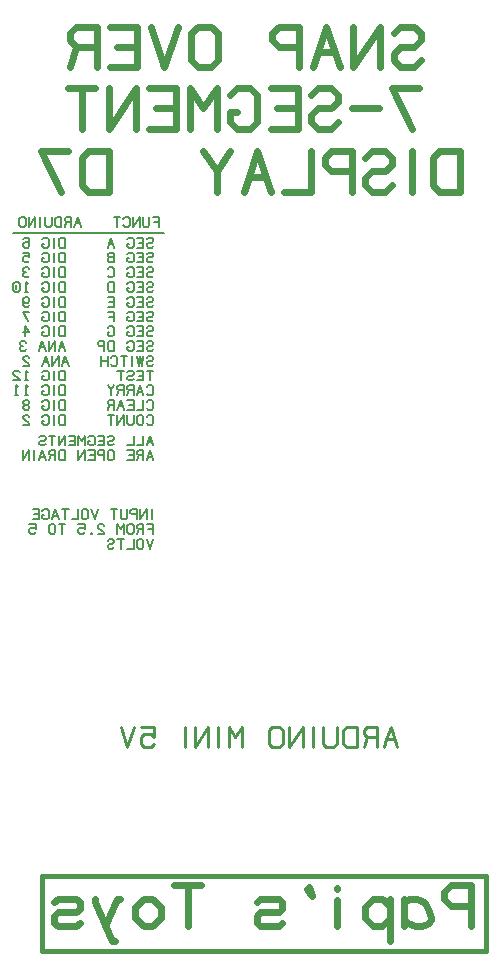
<source format=gbr>
%FSTAX24Y24*%
%MOIN*%
%IN SILK2.GBR *%
%ADD10C,0.0054*%
%ADD11C,0.0080*%
%ADD12C,0.0112*%
%ADD13C,0.0173*%
%ADD14C,0.0225*%
D14*X019438Y041228D02*G01X018538D01*X019213Y039878D01*
X018088Y040553D02*X017189D01*X015839Y041003D02*X016064Y041228D01*
X016514D01*X016739Y041003D01*Y040778D01*X016514Y040553D01*X016064D01*
X015839Y040328D01*Y040103D01*X016064Y039878D01*X016514D01*
X016739Y040103D01*X014489Y041228D02*X015389D01*Y040553D01*Y039878D01*
X014489D01*X015389Y040553D02*X014714D01*X013139Y041003D02*
X013364Y041228D01*X013814D01*X014039Y041003D01*Y040103D01*
X013814Y039878D01*X013364D01*X013139Y040103D01*Y04044D01*X013364D01*
X012689Y039878D02*Y041228D01*X012239Y040553D01*X011789Y041228D01*
Y039878D01*X010439Y041228D02*X011339D01*Y040553D01*Y039878D01*
X010439D01*X011339Y040553D02*X010664D01*X009989Y039878D02*Y041228D01*
X00909Y039878D01*Y041228D01*X00819Y039878D02*Y041228D01*X00774D01*
X00819D02*X00864D01*D12*X018711Y019268D02*X018486Y019943D01*
X018345Y019521D01*X018261Y019268D01*X018345Y019521D02*X018626D01*
X018036Y019268D02*Y019943D01*X017698D01*X017586Y01983D01*Y019718D01*
X017698Y019605D01*X017586Y019268D01*X017698Y019605D02*X018036D01*
X016911Y01983D02*X017023Y019943D01*X017361D01*Y019268D01*X017023D01*
X016911Y01938D01*Y01983D01*X016686Y019943D02*Y01938D01*
X016574Y019268D01*X016349D01*X016236Y01938D01*Y019943D01*
X015899Y019268D02*Y019943D01*X015561Y019268D02*Y019943D01*
X015111Y019268D01*Y019943D01*X014436Y01983D02*X014549Y019943D01*
X014774D01*X014886Y01983D01*Y01938D01*X014774Y019268D01*X014549D01*
X014436Y01938D01*Y01983D01*X013536Y019268D02*Y019943D01*
X013311Y019605D01*X013086Y019943D01*Y019268D01*X012749D02*Y019943D01*
X012412Y019268D02*Y019943D01*X011962Y019268D01*Y019943D01*
X011624Y019268D02*Y019943D01*X010162D02*X010612D01*Y019605D01*
X010499Y019718D01*X010274D01*X010162Y019605D01*Y01938D01*
X010274Y019268D01*X010499D01*X010612Y01938D01*X009937Y019943D02*
X009712Y019268D01*X009487Y019943D01*D14*X019888Y038903D02*
X020113Y039128D01*X020788D01*Y037778D01*X020113D01*X019888Y038003D01*
Y038903D01*X019213Y037778D02*Y039128D01*X017639Y038903D02*
X017864Y039128D01*X018314D01*X018539Y038903D01*Y038678D01*
X018314Y038453D01*X017864D01*X017639Y038228D01*Y038003D01*
X017864Y037778D01*X018314D01*X018539Y038003D01*X017189Y037778D02*
Y039128D01*X016514D01*X016289Y038903D01*Y038678D01*X016514Y038453D01*
X017189D01*X015839Y039128D02*Y037778D01*X014939D01*X014489D02*
X014039Y039128D01*X013758Y038284D01*X013589Y037778D01*
X013758Y038284D02*X01432D01*X013139Y039128D02*X012689Y038453D01*
Y037778D01*Y038453D02*X012239Y039128D01*X00819Y038903D02*
X008415Y039128D01*X00909D01*Y037778D01*X008415D01*X00819Y038003D01*
Y038903D01*X00774Y039128D02*X00684D01*X007515Y037778D01*
X021171Y013304D02*Y014654D01*X020496D01*X020271Y014429D01*Y014204D01*
X020496Y013979D01*X021171D01*X018921Y013304D02*Y014204D01*
X019821Y013597D02*X019742Y013878D01*X019619Y014069D01*X019461Y01417D01*
X019349Y014204D01*X019259D01*X019101D01*X018921Y014114D01*
X019821Y013585D02*Y013518D01*X01981Y013473D01*X019776Y013417D01*
X019697Y013372D01*X01954Y013304D01*X019292D01*X019056Y013405D01*
X018921Y013529D01*X018471Y014204D02*Y012798D01*Y013585D02*
X01819Y013304D01*X017909D01*X017628Y013585D01*Y013923D01*
X017909Y014204D01*X01819D01*X018471Y013979D01*X0167Y014176D02*
Y013304D01*Y014541D02*Y01457D01*X015772Y014598D02*X015715Y014541D01*
X015884Y014316D01*X015772Y014598D01*X014309Y013304D02*X01459D01*
X014872Y013417D02*X014759Y013304D01*X01414D01*X014028Y013417D01*
Y013642D01*X01414Y013754D01*X014759D01*X014872Y013867D01*Y014091D01*
X014759Y014204D01*X01414D01*X014028Y014091D01*X011722Y013304D02*
Y014654D01*X011272D01*X011722D02*X012172D01*X010822Y013585D02*
Y013923D01*X010541Y014204D01*X01026D01*X009979Y013923D01*Y013585D01*
X01026Y013304D01*X010541D01*X010822Y013585D01*X009472Y014204D02*
X00936D01*X008966Y013304D01*X008629Y014204D02*Y014091D01*
X009191Y012798D01*X009304D01*X00756Y013304D02*X007841D01*
X008122Y013417D02*X00801Y013304D01*X007391D01*X007279Y013417D01*
Y013642D01*X007391Y013754D01*X00801D01*X008122Y013867D01*Y014091D01*
X00801Y014204D01*X007391D01*X007279Y014091D01*X018588Y043053D02*
X018813Y043278D01*X019263D01*X019488Y043053D01*Y042828D01*
X019263Y042603D01*X018813D01*X018588Y042378D01*Y042153D01*
X018813Y041928D01*X019263D01*X019488Y042153D01*X018138Y041928D02*
Y043278D01*X017239Y041928D01*Y043278D01*X016789Y041928D02*
X016339Y043278D01*X016057Y042434D01*X015889Y041928D01*
X016057Y042434D02*X01662D01*X015439Y041928D02*Y043278D01*X014764D01*
X014539Y043053D01*Y042828D01*X014764Y042603D01*X015439D01*
X011839Y043053D02*X012064Y043278D01*X012514D01*X012739Y043053D01*
Y042153D01*X012514Y041928D01*X012064D01*X011839Y042153D01*Y043053D01*
X011389Y043278D02*X010939Y041928D01*X010489Y043278D01*X00914D02*
X010039D01*Y042603D01*Y041928D01*X00914D01*X010039Y042603D02*
X009365D01*X00869Y041928D02*Y043278D01*X008015D01*X00779Y043053D01*
Y042828D01*X008015Y042603D01*X00779Y041928D01*X008015Y042603D02*
X00869D01*D13*X014276Y012464D02*X021676D01*Y014984D01*X006876D01*
Y012464D01*X014276D01*D10*X010555Y03693D02*X010772D01*Y036767D01*
Y036604D01*Y036767D02*X01061D01*X010447Y03693D02*Y036659D01*
X010392Y036604D01*X010284D01*X01023Y036659D01*Y03693D01*
X010121Y036604D02*Y03693D01*X009904Y036604D01*Y03693D01*
X009578Y036876D02*X009632Y03693D01*X009741D01*X009795Y036876D01*
Y036659D01*X009741Y036604D01*X009632D01*X009578Y036659D01*
X009361Y036604D02*Y03693D01*X009252D01*X009361D02*X00947D01*
X008167Y036604D02*X008058Y03693D01*X00799Y036726D01*X00795Y036604D01*
X00799Y036726D02*X008126D01*X007841Y036604D02*Y03693D01*X007678D01*
X007624Y036876D01*Y036821D01*X007678Y036767D01*X007624Y036604D01*
X007678Y036767D02*X007841D01*X007298Y036876D02*X007352Y03693D01*
X007515D01*Y036604D01*X007352D01*X007298Y036659D01*Y036876D01*
X00719Y03693D02*Y036659D01*X007135Y036604D01*X007027D01*
X006972Y036659D01*Y03693D01*X00681Y036604D02*Y03693D01*
X006647Y036604D02*Y03693D01*X00643Y036604D01*Y03693D01*
X006104Y036876D02*X006158Y03693D01*X006267D01*X006321Y036876D01*
Y036659D01*X006267Y036604D01*X006158D01*X006104Y036659D01*Y036876D01*
X010358Y036187D02*X010413Y036241D01*X010521D01*X010576Y036187D01*
Y036132D01*X010521Y036078D01*X010413D01*X010358Y036024D01*Y03597D01*
X010413Y035915D01*X010521D01*X010576Y03597D01*X010033Y036241D02*
X01025D01*Y036078D01*Y035915D01*X010033D01*X01025Y036078D02*X010087D01*
X009707Y036187D02*X009761Y036241D01*X00987D01*X009924Y036187D01*
Y03597D01*X00987Y035915D01*X009761D01*X009707Y03597D01*Y036051D01*
X009761D01*X009273Y035915D02*X009164Y036241D01*X009096Y036037D01*
X009056Y035915D01*X009096Y036037D02*X009232D01*X007427Y036187D02*
X007481Y036241D01*X007644D01*Y035915D01*X007481D01*X007427Y03597D01*
Y036187D01*X007264Y035915D02*Y036241D01*X006884Y036187D02*
X006938Y036241D01*X007047D01*X007101Y036187D01*Y03597D01*
X007047Y035915D01*X006938D01*X006884Y03597D01*Y036051D01*X006938D01*
X006233Y036187D02*X006287Y036241D01*X006396D01*X00645Y036187D01*
Y03597D01*X006396Y035915D01*X006287D01*X006233Y03597D01*Y036051D01*
X006287Y036105D01*X006396D01*X00645Y036051D01*D11*X010925Y036407D02*
X005906D01*D10*X010358Y035695D02*X010413Y035749D01*X010521D01*
X010576Y035695D01*Y03564D01*X010521Y035586D01*X010413D01*
X010358Y035532D01*Y035478D01*X010413Y035423D01*X010521D01*
X010576Y035478D01*X010033Y035749D02*X01025D01*Y035586D01*Y035423D01*
X010033D01*X01025Y035586D02*X010087D01*X009707Y035695D02*
X009761Y035749D01*X00987D01*X009924Y035695D01*Y035478D01*
X00987Y035423D01*X009761D01*X009707Y035478D01*Y035559D01*X009761D01*
X009273Y035423D02*Y035749D01*X00911D01*X009056Y035695D01*Y03564D01*
X00911Y035586D01*X009056Y035532D01*Y035478D01*X00911Y035423D01*
X009273D01*X00911Y035586D02*X009273D01*X007427Y035695D02*
X007481Y035749D01*X007644D01*Y035423D01*X007481D01*X007427Y035478D01*
Y035695D01*X007264Y035423D02*Y035749D01*X006884Y035695D02*
X006938Y035749D01*X007047D01*X007101Y035695D01*Y035478D01*
X007047Y035423D01*X006938D01*X006884Y035478D01*Y035559D01*X006938D01*
X006233Y035749D02*X00645D01*Y035586D01*X006396Y03564D01*X006287D01*
X006233Y035586D01*Y035478D01*X006287Y035423D01*X006396D01*
X00645Y035478D01*X010358Y035203D02*X010413Y035257D01*X010521D01*
X010576Y035203D01*Y035148D01*X010521Y035094D01*X010413D01*
X010358Y03504D01*Y034985D01*X010413Y034931D01*X010521D01*
X010576Y034985D01*X010033Y035257D02*X01025D01*Y035094D01*Y034931D01*
X010033D01*X01025Y035094D02*X010087D01*X009707Y035203D02*
X009761Y035257D01*X00987D01*X009924Y035203D01*Y034985D01*
X00987Y034931D01*X009761D01*X009707Y034985D01*Y035067D01*X009761D01*
X009056Y035203D02*X00911Y035257D01*X009218D01*X009273Y035203D01*
Y034985D01*X009218Y034931D01*X00911D01*X009056Y034985D01*
X007427Y035203D02*X007481Y035257D01*X007644D01*Y034931D01*X007481D01*
X007427Y034985D01*Y035203D01*X007264Y034931D02*Y035257D01*
X006884Y035203D02*X006938Y035257D01*X007047D01*X007101Y035203D01*
Y034985D01*X007047Y034931D01*X006938D01*X006884Y034985D01*Y035067D01*
X006938D01*X00645Y035203D02*X006396Y035257D01*X006287D01*
X006233Y035203D01*Y035148D01*X006287Y035094D01*X006233Y03504D01*
Y034985D01*X006287Y034931D01*X006396D01*X00645Y034985D01*
X006287Y035094D02*X006341D01*X010358Y03471D02*X010413Y034765D01*
X010521D01*X010576Y03471D01*Y034656D01*X010521Y034602D01*X010413D01*
X010358Y034548D01*Y034493D01*X010413Y034439D01*X010521D01*
X010576Y034493D01*X010033Y034765D02*X01025D01*Y034602D01*Y034439D01*
X010033D01*X01025Y034602D02*X010087D01*X009707Y03471D02*
X009761Y034765D01*X00987D01*X009924Y03471D01*Y034493D01*
X00987Y034439D01*X009761D01*X009707Y034493D01*Y034575D01*X009761D01*
X009056Y03471D02*X00911Y034765D01*X009273D01*Y034439D01*X00911D01*
X009056Y034493D01*Y03471D01*X007427D02*X007481Y034765D01*X007644D01*
Y034439D01*X007481D01*X007427Y034493D01*Y03471D01*X007264Y034439D02*
Y034765D01*X006884Y03471D02*X006938Y034765D01*X007047D01*
X007101Y03471D01*Y034493D01*X007047Y034439D01*X006938D01*
X006884Y034493D01*Y034575D01*X006938D01*X006396Y03471D02*
X006341Y034765D01*Y034439D01*X006287D01*X006341D02*X006396D01*
X005907Y03471D02*X005961Y034765D01*X00607D01*X006124Y03471D01*
Y034493D01*X00607Y034439D01*X005961D01*X005907Y034493D01*Y03471D01*
X006016Y034656D02*Y034548D01*X010358Y034218D02*X010413Y034273D01*
X010521D01*X010576Y034218D01*Y034164D01*X010521Y03411D01*X010413D01*
X010358Y034055D01*Y034001D01*X010413Y033947D01*X010521D01*
X010576Y034001D01*X010033Y034273D02*X01025D01*Y03411D01*Y033947D01*
X010033D01*X01025Y03411D02*X010087D01*X009707Y034218D02*
X009761Y034273D01*X00987D01*X009924Y034218D01*Y034001D01*
X00987Y033947D01*X009761D01*X009707Y034001D01*Y034083D01*X009761D01*
X009056Y034273D02*X009273D01*Y03411D01*Y033947D01*X009056D01*
X009273Y03411D02*X00911D01*X007427Y034218D02*X007481Y034273D01*
X007644D01*Y033947D01*X007481D01*X007427Y034001D01*Y034218D01*
X007264Y033947D02*Y034273D01*X006884Y034218D02*X006938Y034273D01*
X007047D01*X007101Y034218D01*Y034001D01*X007047Y033947D01*X006938D01*
X006884Y034001D01*Y034083D01*X006938D01*X00645Y034001D02*
X006396Y033947D01*X006287D01*X006233Y034001D01*Y034218D01*
X006287Y034273D01*X006396D01*X00645Y034218D01*Y034137D01*
X006396Y034083D01*X006287D01*X006233Y034137D01*X010358Y033726D02*
X010413Y03378D01*X010521D01*X010576Y033726D01*Y033672D01*
X010521Y033618D01*X010413D01*X010358Y033563D01*Y033509D01*
X010413Y033455D01*X010521D01*X010576Y033509D01*X010033Y03378D02*
X01025D01*Y033618D01*Y033455D01*X010033D01*X01025Y033618D02*X010087D01*
X009707Y033726D02*X009761Y03378D01*X00987D01*X009924Y033726D01*
Y033509D01*X00987Y033455D01*X009761D01*X009707Y033509D01*Y03359D01*
X009761D01*X009056Y03378D02*X009273D01*Y033618D01*Y033455D01*
Y033618D02*X00911D01*X007427Y033726D02*X007481Y03378D01*X007644D01*
Y033455D01*X007481D01*X007427Y033509D01*Y033726D01*X007264Y033455D02*
Y03378D01*X006884Y033726D02*X006938Y03378D01*X007047D01*
X007101Y033726D01*Y033509D01*X007047Y033455D01*X006938D01*
X006884Y033509D01*Y03359D01*X006938D01*X00645Y03378D02*X006233D01*
X006396Y033455D01*X010358Y033234D02*X010413Y033288D01*X010521D01*
X010576Y033234D01*Y03318D01*X010521Y033125D01*X010413D01*
X010358Y033071D01*Y033017D01*X010413Y032963D01*X010521D01*
X010576Y033017D01*X010033Y033288D02*X01025D01*Y033125D01*Y032963D01*
X010033D01*X01025Y033125D02*X010087D01*X009707Y033234D02*
X009761Y033288D01*X00987D01*X009924Y033234D01*Y033017D01*
X00987Y032963D01*X009761D01*X009707Y033017D01*Y033098D01*X009761D01*
X009056Y033234D02*X00911Y033288D01*X009218D01*X009273Y033234D01*
Y033017D01*X009218Y032963D01*X00911D01*X009056Y033017D01*Y033098D01*
X00911D01*X007427Y033234D02*X007481Y033288D01*X007644D01*Y032963D01*
X007481D01*X007427Y033017D01*Y033234D01*X007264Y032963D02*Y033288D01*
X006884Y033234D02*X006938Y033288D01*X007047D01*X007101Y033234D01*
Y033017D01*X007047Y032963D01*X006938D01*X006884Y033017D01*Y033098D01*
X006938D01*X006287Y032963D02*Y033288D01*X00645Y033098D01*X006233D01*
X010358Y032742D02*X010413Y032796D01*X010521D01*X010576Y032742D01*
Y032688D01*X010521Y032633D01*X010413D01*X010358Y032579D01*Y032525D01*
X010413Y03247D01*X010521D01*X010576Y032525D01*X010033Y032796D02*
X01025D01*Y032633D01*Y03247D01*X010033D01*X01025Y032633D02*X010087D01*
X009707Y032742D02*X009761Y032796D01*X00987D01*X009924Y032742D01*
Y032525D01*X00987Y03247D01*X009761D01*X009707Y032525D01*Y032606D01*
X009761D01*X009056Y032742D02*X00911Y032796D01*X009273D01*Y03247D01*
X00911D01*X009056Y032525D01*Y032742D01*X008947Y03247D02*Y032796D01*
X008784D01*X00873Y032742D01*Y032688D01*X008784Y032633D01*X008947D01*
X007644Y03247D02*X007536Y032796D01*X007468Y032593D01*X007427Y03247D01*
X007468Y032593D02*X007603D01*X007318Y03247D02*Y032796D01*
X007101Y03247D01*Y032796D01*X006993Y03247D02*X006884Y032796D01*
X006816Y032593D01*X006776Y03247D01*X006816Y032593D02*X006952D01*
X006341Y032742D02*X006287Y032796D01*X006178D01*X006124Y032742D01*
Y032688D01*X006178Y032633D01*X006124Y032579D01*Y032525D01*
X006178Y03247D01*X006287D01*X006341Y032525D01*X006178Y032633D02*
X006233D01*X010358Y03225D02*X010413Y032304D01*X010521D01*
X010576Y03225D01*Y032195D01*X010521Y032141D01*X010413D01*
X010358Y032087D01*Y032033D01*X010413Y031978D01*X010521D01*
X010576Y032033D01*X01025Y032304D02*X010196Y031978D01*X010141Y032304D01*
X010087Y031978D01*X010033Y032304D01*X00987Y031978D02*Y032304D01*
X009598Y031978D02*Y032304D01*X00949D01*X009598D02*X009707D01*
X009164Y03225D02*X009218Y032304D01*X009327D01*X009381Y03225D01*
Y032033D01*X009327Y031978D01*X009218D01*X009164Y032033D01*
X009056Y032304D02*Y032141D01*Y031978D01*Y032141D02*X008838D01*
Y032304D01*Y032141D02*Y031978D01*X007753D02*X007644Y032304D01*
X007576Y0321D01*X007536Y031978D01*X007576Y0321D02*X007712D01*
X007427Y031978D02*Y032304D01*X00721Y031978D01*Y032304D01*
X007101Y031978D02*X006993Y032304D01*X006925Y0321D01*X006884Y031978D01*
X006925Y0321D02*X007061D01*X00645Y03225D02*X006396Y032304D01*
X006287D01*X006233Y03225D01*Y032195D01*X006287Y032141D01*
X00645Y032033D01*Y031978D01*X006233D01*X010358Y030281D02*
X010413Y030336D01*X010521D01*X010576Y030281D01*Y030064D01*
X010521Y03001D01*X010413D01*X010358Y030064D01*X010033Y030281D02*
X010087Y030336D01*X010196D01*X01025Y030281D01*Y030064D01*
X010196Y03001D01*X010087D01*X010033Y030064D01*Y030281D01*
X009924Y030336D02*Y030064D01*X00987Y03001D01*X009761D01*
X009707Y030064D01*Y030336D01*X009598Y03001D02*Y030336D01*
X009381Y03001D01*Y030336D01*X009164Y03001D02*Y030336D01*X009056D01*
X009164D02*X009273D01*X007427Y030281D02*X007481Y030336D01*X007644D01*
Y03001D01*X007481D01*X007427Y030064D01*Y030281D01*X007264Y03001D02*
Y030336D01*X006884Y030281D02*X006938Y030336D01*X007047D01*
X007101Y030281D01*Y030064D01*X007047Y03001D01*X006938D01*
X006884Y030064D01*Y030146D01*X006938D01*X00645Y030281D02*
X006396Y030336D01*X006287D01*X006233Y030281D01*Y030227D01*
X006287Y030173D01*X00645Y030064D01*Y03001D01*X006233D01*
X010358Y031266D02*X010413Y03132D01*X010521D01*X010576Y031266D01*
Y031048D01*X010521Y030994D01*X010413D01*X010358Y031048D01*
X01025Y030994D02*X010141Y03132D01*X010073Y031116D01*X010033Y030994D01*
X010073Y031116D02*X010209D01*X009924Y030994D02*Y03132D01*X009761D01*
X009707Y031266D01*Y031211D01*X009761Y031157D01*X009707Y030994D01*
X009761Y031157D02*X009924D01*X009598Y030994D02*Y03132D01*X009436D01*
X009381Y031266D01*Y031211D01*X009436Y031157D01*X009381Y030994D01*
X009436Y031157D02*X009598D01*X009273Y03132D02*X009164Y031157D01*
Y030994D01*Y031157D02*X009056Y03132D01*X007427Y031266D02*
X007481Y03132D01*X007644D01*Y030994D01*X007481D01*X007427Y031048D01*
Y031266D01*X007264Y030994D02*Y03132D01*X006884Y031266D02*
X006938Y03132D01*X007047D01*X007101Y031266D01*Y031048D01*
X007047Y030994D01*X006938D01*X006884Y031048D01*Y03113D01*X006938D01*
X006396Y031266D02*X006341Y03132D01*Y030994D01*X006287D01*X006341D02*
X006396D01*X00607Y031266D02*X006016Y03132D01*Y030994D01*X005961D01*
X006016D02*X00607D01*X010358Y030773D02*X010413Y030828D01*X010521D01*
X010576Y030773D01*Y030556D01*X010521Y030502D01*X010413D01*
X010358Y030556D01*X01025Y030828D02*Y030502D01*X010033D01*
X009707Y030828D02*X009924D01*Y030665D01*Y030502D01*X009707D01*
X009924Y030665D02*X009761D01*X009598Y030502D02*X00949Y030828D01*
X009422Y030624D01*X009381Y030502D01*X009422Y030624D02*X009558D01*
X009273Y030502D02*Y030828D01*X00911D01*X009056Y030773D01*Y030719D01*
X00911Y030665D01*X009056Y030502D01*X00911Y030665D02*X009273D01*
X007427Y030773D02*X007481Y030828D01*X007644D01*Y030502D01*X007481D01*
X007427Y030556D01*Y030773D01*X007264Y030502D02*Y030828D01*
X006884Y030773D02*X006938Y030828D01*X007047D01*X007101Y030773D01*
Y030556D01*X007047Y030502D01*X006938D01*X006884Y030556D01*Y030638D01*
X006938D01*X006287Y030665D02*X006233Y030719D01*Y030773D01*
X006287Y030828D01*X006396D01*X00645Y030773D01*Y030719D01*
X006396Y030665D01*X006287D01*X006233Y030611D01*Y030556D01*
X006287Y030502D01*X006396D01*X00645Y030556D01*Y030611D01*
X006396Y030665D01*X010467Y031486D02*Y031812D01*X010358D01*X010467D02*
X010576D01*X010033D02*X01025D01*Y031649D01*Y031486D01*X010033D01*
X01025Y031649D02*X010087D01*X009707Y031758D02*X009761Y031812D01*
X00987D01*X009924Y031758D01*Y031703D01*X00987Y031649D01*X009761D01*
X009707Y031595D01*Y031541D01*X009761Y031486D01*X00987D01*
X009924Y031541D01*X00949Y031486D02*Y031812D01*X009381D01*X00949D02*
X009598D01*X007427Y031758D02*X007481Y031812D01*X007644D01*Y031486D01*
X007481D01*X007427Y031541D01*Y031758D01*X007264Y031486D02*Y031812D01*
X006884Y031758D02*X006938Y031812D01*X007047D01*X007101Y031758D01*
Y031541D01*X007047Y031486D01*X006938D01*X006884Y031541D01*Y031622D01*
X006938D01*X006396Y031758D02*X006341Y031812D01*Y031486D01*X006287D01*
X006341D02*X006396D01*X006124Y031758D02*X00607Y031812D01*X005961D01*
X005907Y031758D01*Y031703D01*X005961Y031649D01*X006124Y031541D01*
Y031486D01*X005907D01*X010521Y02686D02*Y027186D01*X010358Y02686D02*
Y027186D01*X010141Y02686D01*Y027186D01*X010033Y02686D02*Y027186D01*
X00987D01*X009816Y027132D01*Y027077D01*X00987Y027023D01*X010033D01*
X009707Y027186D02*Y026915D01*X009653Y02686D01*X009544D01*
X00949Y026915D01*Y027186D01*X009273Y02686D02*Y027186D01*X009164D01*
X009273D02*X009381D01*X00873D02*X008621Y02686D01*X008513Y027186D01*
X008187Y027132D02*X008241Y027186D01*X00835D01*X008404Y027132D01*
Y026915D01*X00835Y02686D01*X008241D01*X008187Y026915D01*Y027132D01*
X008078Y027186D02*Y02686D01*X007861D01*X007644D02*Y027186D01*
X007536D01*X007644D02*X007753D01*X007427Y02686D02*X007318Y027186D01*
X007251Y026982D01*X00721Y02686D01*X007251Y026982D02*X007386D01*
X006884Y027132D02*X006938Y027186D01*X007047D01*X007101Y027132D01*
Y026915D01*X007047Y02686D01*X006938D01*X006884Y026915D01*Y026996D01*
X006938D01*X006558Y027186D02*X006776D01*Y027023D01*Y02686D01*
X006558D01*X006776Y027023D02*X006613D01*X010358Y026694D02*X010576D01*
Y026531D01*Y026368D01*Y026531D02*X010413D01*X01025Y026368D02*
Y026694D01*X010087D01*X010033Y02664D01*Y026585D01*X010087Y026531D01*
X010033Y026368D01*X010087Y026531D02*X01025D01*X009707Y02664D02*
X009761Y026694D01*X00987D01*X009924Y02664D01*Y026422D01*
X00987Y026368D01*X009761D01*X009707Y026422D01*Y02664D01*
X009598Y026368D02*Y026694D01*X00949Y026531D01*X009381Y026694D01*
Y026368D01*X008947Y02664D02*X008893Y026694D01*X008784D01*
X00873Y02664D01*Y026585D01*X008784Y026531D01*X008947Y026422D01*
Y026368D01*X00873D01*X00854D02*X008513D01*Y026395D01*X00854D01*
Y026368D01*X008078Y026694D02*X008296D01*Y026531D01*X008241Y026585D01*
X008133D01*X008078Y026531D01*Y026422D01*X008133Y026368D01*X008241D01*
X008296Y026422D01*X007536Y026368D02*Y026694D01*X007427D01*X007536D02*
X007644D01*X007101Y02664D02*X007156Y026694D01*X007264D01*
X007318Y02664D01*Y026422D01*X007264Y026368D01*X007156D01*
X007101Y026422D01*Y02664D01*X00645Y026694D02*X006667D01*Y026531D01*
X006613Y026585D01*X006504D01*X00645Y026531D01*Y026422D01*
X006504Y026368D01*X006613D01*X006667Y026422D01*X010576Y026202D02*
X010467Y025876D01*X010358Y026202D01*X010033Y026147D02*
X010087Y026202D01*X010196D01*X01025Y026147D01*Y02593D01*
X010196Y025876D01*X010087D01*X010033Y02593D01*Y026147D01*
X009924Y026202D02*Y025876D01*X009707D01*X00949D02*Y026202D01*
X009381D01*X00949D02*X009598D01*X009056Y026147D02*X00911Y026202D01*
X009218D01*X009273Y026147D01*Y026093D01*X009218Y026039D01*X00911D01*
X009056Y025985D01*Y02593D01*X00911Y025876D01*X009218D01*
X009273Y02593D01*X010576Y029321D02*X010467Y029647D01*X010399Y029443D01*
X010358Y029321D01*X010399Y029443D02*X010535D01*X01025Y029647D02*
Y029321D01*X010033D01*X009924Y029647D02*Y029321D01*X009707D01*
X009056Y029592D02*X00911Y029647D01*X009218D01*X009273Y029592D01*
Y029538D01*X009218Y029484D01*X00911D01*X009056Y029429D01*Y029375D01*
X00911Y029321D01*X009218D01*X009273Y029375D01*X00873Y029647D02*
X008947D01*Y029484D01*Y029321D01*X00873D01*X008947Y029484D02*
X008784D01*X008404Y029592D02*X008458Y029647D01*X008567D01*
X008621Y029592D01*Y029375D01*X008567Y029321D01*X008458D01*
X008404Y029375D01*Y029457D01*X008458D01*X008296Y029321D02*Y029647D01*
X008187Y029484D01*X008078Y029647D01*Y029321D01*X007753Y029647D02*
X00797D01*Y029484D01*Y029321D01*X007753D01*X00797Y029484D02*X007807D01*
X007644Y029321D02*Y029647D01*X007427Y029321D01*Y029647D01*
X00721Y029321D02*Y029647D01*X007101D01*X00721D02*X007318D01*
X006776Y029592D02*X00683Y029647D01*X006938D01*X006993Y029592D01*
Y029538D01*X006938Y029484D01*X00683D01*X006776Y029429D01*Y029375D01*
X00683Y029321D01*X006938D01*X006993Y029375D01*X010576Y028829D02*
X010467Y029154D01*X010399Y028951D01*X010358Y028829D01*
X010399Y028951D02*X010535D01*X01025Y028829D02*Y029154D01*X010087D01*
X010033Y0291D01*Y029046D01*X010087Y028992D01*X010033Y028829D01*
X010087Y028992D02*X01025D01*X009707Y029154D02*X009924D01*Y028992D01*
Y028829D01*X009707D01*X009924Y028992D02*X009761D01*X009056Y0291D02*
X00911Y029154D01*X009218D01*X009273Y0291D01*Y028883D01*
X009218Y028829D01*X00911D01*X009056Y028883D01*Y0291D01*
X008947Y028829D02*Y029154D01*X008784D01*X00873Y0291D01*Y029046D01*
X008784Y028992D01*X008947D01*X008404Y029154D02*X008621D01*Y028992D01*
Y028829D01*X008404D01*X008621Y028992D02*X008458D01*X008296Y028829D02*
Y029154D01*X008078Y028829D01*Y029154D01*X007427Y0291D02*
X007481Y029154D01*X007644D01*Y028829D01*X007481D01*X007427Y028883D01*
Y0291D01*X007318Y028829D02*Y029154D01*X007156D01*X007101Y0291D01*
Y029046D01*X007156Y028992D01*X007101Y028829D01*X007156Y028992D02*
X007318D01*X006993Y028829D02*X006884Y029154D01*X006816Y028951D01*
X006776Y028829D01*X006816Y028951D02*X006952D01*X006613Y028829D02*
Y029154D01*X00645Y028829D02*Y029154D01*X006233Y028829D01*Y029154D01*
M02*
</source>
